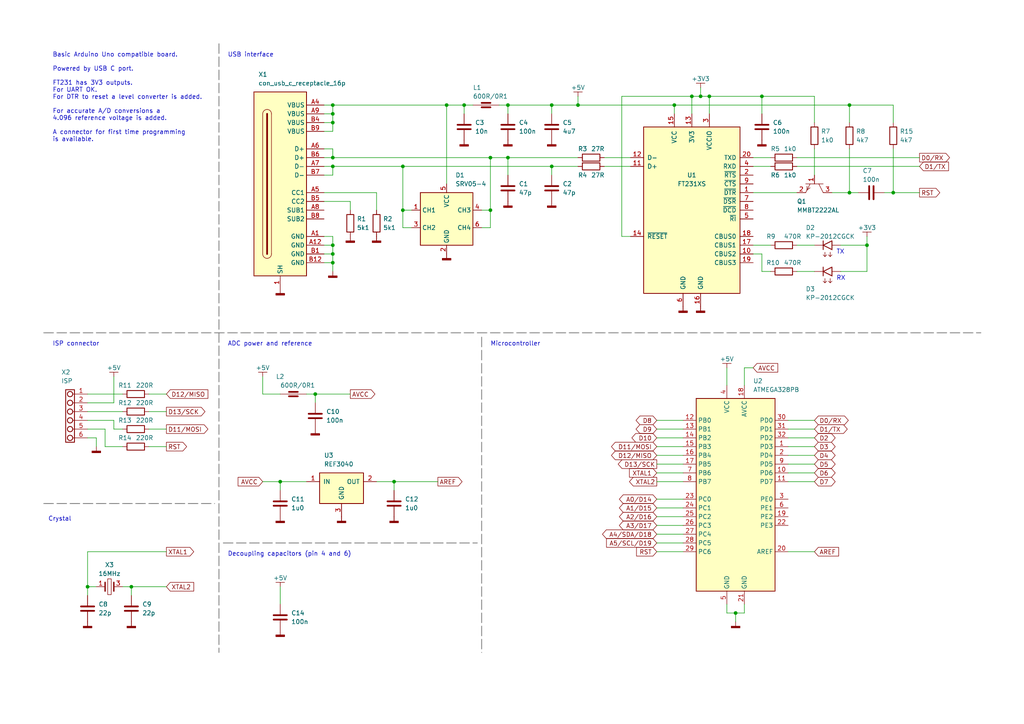
<source format=kicad_sch>
(kicad_sch (version 20250114) (generator "eeschema") (generator_version "9.0")
  (paper "A4")
  (title_block (title "Arduino base") (date "2025-09-09") (rev "1") (comment 1 "-") (comment 2 "-"))
  (lib_symbols
    (symbol "lily_symbols:GND" (power) (pin_numbers (hide yes)) (pin_names (offset 0) (hide yes)) (in_bom no)
      (symbol "GND_1_1"
        (pin power_in line (at 0 0 270) (length 1.27) (name "GND") (number "1"))
      )
    )
    (symbol "lily_symbols:Vxx" (power) (pin_numbers (hide yes)) (pin_names (offset 0) (hide yes)) (in_bom no)
      (property "Value" "Vxx" (at 0 2.54 0))
      (symbol "Vxx_1_1"
        (pin power_in line (at 0 0 90) (length 1.27) (name "GND") (number "1"))
      )
    )
    (symbol "lily_symbols:bjt_npn_MMBT2222AL_sot23" (pin_names (hide yes))
      (property "Reference" "Q" (at 6.35 1.27 0))
      (property "Value" "MMBT2222AL" (at 6.35 -1.27 0))
      (symbol "bjt_npn_MMBT2222AL_sot23_1_1"
        (pin passive line (at 0 0 0) (length 2.54) (name "") (number "1"))
        (pin passive line (at 5.08 5.08 270) (length 2.54) (name "") (number "3"))
        (pin passive line (at 5.08 -5.08 90) (length 2.54) (name "") (number "2"))
      )
    )
    (symbol "lily_symbols:cap_100n_50V_10%_X7R_0805" (pin_numbers (hide yes)) (pin_names (offset 0) (hide yes))
      (property "Reference" "C" (at 3.175 -2.54 0))
      (property "Value" "100n" (at 3.175 -5.08 0))
      (symbol "cap_100n_50V_10%_X7R_0805_1_1"
        (pin passive line (at 0 0 270) (length 3.175) (name "~") (number "1"))
        (pin passive line (at 0 -7.62 90) (length 3.175) (name "~") (number "2"))
      )
    )
    (symbol "lily_symbols:cap_10n_50V_10%_X7R_0805" (pin_numbers (hide yes)) (pin_names (offset 0) (hide yes))
      (property "Reference" "C" (at 3.175 -2.54 0))
      (property "Value" "10n" (at 3.175 -5.08 0))
      (symbol "cap_10n_50V_10%_X7R_0805_1_1"
        (pin passive line (at 0 0 270) (length 3.175) (name "~") (number "1"))
        (pin passive line (at 0 -7.62 90) (length 3.175) (name "~") (number "2"))
      )
    )
    (symbol "lily_symbols:cap_1u0_50V_10%_X7R_0805" (pin_numbers (hide yes)) (pin_names (offset 0) (hide yes))
      (property "Reference" "C" (at 3.175 -2.54 0))
      (property "Value" "1u0" (at 3.175 -5.08 0))
      (symbol "cap_1u0_50V_10%_X7R_0805_1_1"
        (pin passive line (at 0 0 270) (length 3.175) (name "~") (number "1"))
        (pin passive line (at 0 -7.62 90) (length 3.175) (name "~") (number "2"))
      )
    )
    (symbol "lily_symbols:cap_22p_50V_5%_C0G_0805" (pin_numbers (hide yes)) (pin_names (offset 0) (hide yes))
      (property "Reference" "C" (at 3.175 -2.54 0))
      (property "Value" "22p" (at 3.175 -5.08 0))
      (symbol "cap_22p_50V_5%_C0G_0805_1_1"
        (pin passive line (at 0 0 270) (length 3.175) (name "~") (number "1"))
        (pin passive line (at 0 -7.62 90) (length 3.175) (name "~") (number "2"))
      )
    )
    (symbol "lily_symbols:cap_47p_50V_5%_C0G_0805" (pin_numbers (hide yes)) (pin_names (offset 0) (hide yes))
      (property "Reference" "C" (at 3.175 -2.54 0))
      (property "Value" "47p" (at 3.175 -5.08 0))
      (symbol "cap_47p_50V_5%_C0G_0805_1_1"
        (pin passive line (at 0 0 270) (length 3.175) (name "~") (number "1"))
        (pin passive line (at 0 -7.62 90) (length 3.175) (name "~") (number "2"))
      )
    )
    (symbol "lily_symbols:cap_4u7_25V_10%_X5R_0805" (pin_numbers (hide yes)) (pin_names (offset 0) (hide yes))
      (property "Reference" "C" (at 3.175 -2.54 0))
      (property "Value" "4u7" (at 3.175 -5.08 0))
      (symbol "cap_4u7_25V_10%_X5R_0805_1_1"
        (pin passive line (at 0 0 270) (length 3.175) (name "~") (number "1"))
        (pin passive line (at 0 -7.62 90) (length 3.175) (name "~") (number "2"))
      )
    )
    (symbol "lily_symbols:con_header_2x03_2.54mm_th" (pin_names (offset 1.016) (hide yes))
      (property "Reference" "X" (at -7.62 6.35 0))
      (property "Value" "con_header_2x03_2.54mm_th" (at -7.62 3.81 0))
      (symbol "con_header_2x03_2.54mm_th_1_1"
        (pin passive line (at 0 0 180) (length 3.81) (name "~") (number "1"))
        (pin passive line (at 0 -2.54 180) (length 3.81) (name "~") (number "2"))
        (pin passive line (at 0 -5.08 180) (length 3.81) (name "~") (number "3"))
        (pin passive line (at 0 -7.62 180) (length 3.81) (name "~") (number "4"))
        (pin passive line (at 0 -10.16 180) (length 3.81) (name "~") (number "5"))
        (pin passive line (at 0 -12.7 180) (length 3.81) (name "~") (number "6"))
      )
    )
    (symbol "lily_symbols:con_usb_c_receptacle_16p"
      (property "Reference" "X" (at -19.05 8.89 0))
      (property "Value" "con_usb_c_receptacle_16p" (at -19.05 6.35 0))
      (symbol "con_usb_c_receptacle_16p_1_1"
        (pin passive line (at -12.7 -53.34 90) (length 3.81) (name "SH") (number "1"))
        (pin power_out line (at 0 0 180) (length 5.08) (name "VBUS") (number "A4"))
        (pin power_out line (at 0 -2.54 180) (length 5.08) (name "VBUS") (number "A9"))
        (pin power_out line (at 0 -5.08 180) (length 5.08) (name "VBUS") (number "B4"))
        (pin power_out line (at 0 -7.62 180) (length 5.08) (name "VBUS") (number "B9"))
        (pin bidirectional line (at 0 -12.7 180) (length 5.08) (name "D+") (number "A6"))
        (pin bidirectional line (at 0 -15.24 180) (length 5.08) (name "D+") (number "B6"))
        (pin bidirectional line (at 0 -17.78 180) (length 5.08) (name "D-") (number "A7"))
        (pin bidirectional line (at 0 -20.32 180) (length 5.08) (name "D-") (number "B7"))
        (pin bidirectional line (at 0 -25.4 180) (length 5.08) (name "CC1") (number "A5"))
        (pin bidirectional line (at 0 -27.94 180) (length 5.08) (name "CC2") (number "B5"))
        (pin bidirectional line (at 0 -30.48 180) (length 5.08) (name "SUB1") (number "A8"))
        (pin bidirectional line (at 0 -33.02 180) (length 5.08) (name "SUB2") (number "B8"))
        (pin power_in line (at 0 -38.1 180) (length 5.08) (name "GND") (number "A1"))
        (pin power_in line (at 0 -40.64 180) (length 5.08) (name "GND") (number "A12"))
        (pin power_in line (at 0 -43.18 180) (length 5.08) (name "GND") (number "B1"))
        (pin power_in line (at 0 -45.72 180) (length 5.08) (name "GND") (number "B12"))
      )
    )
    (symbol "lily_symbols:crystal_16MHz_12pF_10ppm_20ppm_3225"
      (property "Reference" "X" (at 3.81 6.35 0))
      (property "Value" "16MHz" (at 3.81 3.81 0))
      (symbol "crystal_16MHz_12pF_10ppm_20ppm_3225_1_1"
        (pin passive line (at 0 0 0) (length 2.54) (name "") (number "1"))
        (pin no_connect line (at 0 -2.54 0) (length 2.54) (hide yes) (name "") (number "2"))
        (pin passive line (at 7.62 0 180) (length 2.54) (name "") (number "3"))
        (pin no_connect line (at 7.62 -2.54 180) (length 2.54) (hide yes) (name "") (number "4"))
      )
    )
    (symbol "lily_symbols:dio_led_green_KP-2012CGCK_0805" (pin_numbers (hide yes)) (pin_names (offset 1.016) (hide yes))
      (property "Reference" "D" (at 4.445 -2.54 0))
      (property "Value" "KP-2012CGCK" (at 4.445 -5.08 0))
      (symbol "dio_led_green_KP-2012CGCK_0805_1_1"
        (pin passive line (at 0 0 270) (length 2.54) (name "A") (number "2"))
        (pin passive line (at 0 -7.62 90) (length 2.54) (name "K") (number "1"))
      )
    )
    (symbol "lily_symbols:dio_tvs_uni_4_channel_5V_SRV05-4_sot23-6"
      (property "Reference" "D" (at 12.7 10.16 0))
      (property "Value" "SRV05-4" (at 12.7 7.62 0))
      (symbol "dio_tvs_uni_4_channel_5V_SRV05-4_sot23-6_1_1"
        (pin passive line (at 0 0 0) (length 2.54) (name "CH1") (number "1"))
        (pin passive line (at 0 -5.08 0) (length 2.54) (name "CH2") (number "3"))
        (pin power_in line (at 10.16 7.62 270) (length 2.54) (name "VCC") (number "5"))
        (pin power_in line (at 10.16 -12.7 90) (length 2.54) (name "GND") (number "2"))
        (pin passive line (at 20.32 0 180) (length 2.54) (name "CH3") (number "4"))
        (pin passive line (at 20.32 -5.08 180) (length 2.54) (name "CH4") (number "6"))
      )
    )
    (symbol "lily_symbols:ic_micro_controller_ATMEGA328PB_tqfp32"
      (property "Reference" "U" (at 20.32 11.43 0))
      (property "Value" "ATMEGA328PB" (at 20.32 8.89 0))
      (symbol "ic_micro_controller_ATMEGA328PB_tqfp32_1_1"
        (pin bidirectional line (at 0 0 0) (length 3.81) (name "PB0") (number "12"))
        (pin bidirectional line (at 0 -2.54 0) (length 3.81) (name "PB1") (number "13"))
        (pin bidirectional line (at 0 -5.08 0) (length 3.81) (name "PB2") (number "14"))
        (pin bidirectional line (at 0 -7.62 0) (length 3.81) (name "PB3") (number "15"))
        (pin bidirectional line (at 0 -10.16 0) (length 3.81) (name "PB4") (number "16"))
        (pin bidirectional line (at 0 -12.7 0) (length 3.81) (name "PB5") (number "17"))
        (pin bidirectional line (at 0 -15.24 0) (length 3.81) (name "PB6") (number "7"))
        (pin bidirectional line (at 0 -17.78 0) (length 3.81) (name "PB7") (number "8"))
        (pin bidirectional line (at 0 -22.86 0) (length 3.81) (name "PC0") (number "23"))
        (pin bidirectional line (at 0 -25.4 0) (length 3.81) (name "PC1") (number "24"))
        (pin bidirectional line (at 0 -27.94 0) (length 3.81) (name "PC2") (number "25"))
        (pin bidirectional line (at 0 -30.48 0) (length 3.81) (name "PC3") (number "26"))
        (pin bidirectional line (at 0 -33.02 0) (length 3.81) (name "PC4") (number "27"))
        (pin bidirectional line (at 0 -35.56 0) (length 3.81) (name "PC5") (number "28"))
        (pin bidirectional line (at 0 -38.1 0) (length 3.81) (name "PC6") (number "29"))
        (pin power_in line (at 12.7 10.16 270) (length 3.81) (name "VCC") (number "4"))
        (pin power_in line (at 12.7 -53.34 90) (length 3.81) (name "GND") (number "5"))
        (pin power_in line (at 17.78 10.16 270) (length 3.81) (name "AVCC") (number "18"))
        (pin power_in line (at 17.78 -53.34 90) (length 3.81) (name "GND") (number "21"))
        (pin bidirectional line (at 30.48 0 180) (length 3.81) (name "PD0") (number "30"))
        (pin bidirectional line (at 30.48 -2.54 180) (length 3.81) (name "PD1") (number "31"))
        (pin bidirectional line (at 30.48 -5.08 180) (length 3.81) (name "PD2") (number "32"))
        (pin bidirectional line (at 30.48 -7.62 180) (length 3.81) (name "PD3") (number "1"))
        (pin bidirectional line (at 30.48 -10.16 180) (length 3.81) (name "PD4") (number "2"))
        (pin bidirectional line (at 30.48 -12.7 180) (length 3.81) (name "PD5") (number "9"))
        (pin bidirectional line (at 30.48 -15.24 180) (length 3.81) (name "PD6") (number "10"))
        (pin bidirectional line (at 30.48 -17.78 180) (length 3.81) (name "PD7") (number "11"))
        (pin bidirectional line (at 30.48 -22.86 180) (length 3.81) (name "PE0") (number "3"))
        (pin bidirectional line (at 30.48 -25.4 180) (length 3.81) (name "PE1") (number "6"))
        (pin bidirectional line (at 30.48 -27.94 180) (length 3.81) (name "PE2") (number "19"))
        (pin bidirectional line (at 30.48 -30.48 180) (length 3.81) (name "PE3") (number "22"))
        (pin power_in line (at 30.48 -38.1 180) (length 3.81) (name "AREF") (number "20"))
      )
    )
    (symbol "lily_symbols:ic_usb_to_serial_FT231XS_ssop20" (pin_names (offset 1.016))
      (property "Reference" "U" (at 17.78 -5.08 0))
      (property "Value" "FT231XS" (at 17.78 -7.62 0))
      (symbol "ic_usb_to_serial_FT231XS_ssop20_1_1"
        (pin bidirectional line (at 0 0 0) (length 3.81) (name "D-") (number "12"))
        (pin bidirectional line (at 0 -2.54 0) (length 3.81) (name "D+") (number "11"))
        (pin input line (at 0 -22.86 0) (length 3.81) (name "~{RESET}") (number "14"))
        (pin power_in line (at 12.7 12.7 270) (length 3.81) (name "VCC") (number "15"))
        (pin power_in line (at 15.24 -43.18 90) (length 3.81) (name "GND") (number "6"))
        (pin output line (at 17.78 12.7 270) (length 3.81) (name "3V3") (number "13"))
        (pin power_in line (at 20.32 -43.18 90) (length 3.81) (name "GND") (number "16"))
        (pin power_in line (at 22.86 12.7 270) (length 3.81) (name "VCCIO") (number "3"))
        (pin output line (at 35.56 0 180) (length 3.81) (name "TXD") (number "20"))
        (pin input line (at 35.56 -2.54 180) (length 3.81) (name "RXD") (number "4"))
        (pin output line (at 35.56 -5.08 180) (length 3.81) (name "~{RTS}") (number "2"))
        (pin input line (at 35.56 -7.62 180) (length 3.81) (name "~{CTS}") (number "9"))
        (pin output line (at 35.56 -10.16 180) (length 3.81) (name "~{DTR}") (number "1"))
        (pin input line (at 35.56 -12.7 180) (length 3.81) (name "~{DSR}") (number "7"))
        (pin input line (at 35.56 -15.24 180) (length 3.81) (name "~{DCD}") (number "8"))
        (pin input line (at 35.56 -17.78 180) (length 3.81) (name "~{RI}") (number "5"))
        (pin bidirectional line (at 35.56 -22.86 180) (length 3.81) (name "CBUS0") (number "18"))
        (pin bidirectional line (at 35.56 -25.4 180) (length 3.81) (name "CBUS1") (number "17"))
        (pin bidirectional line (at 35.56 -27.94 180) (length 3.81) (name "CBUS2") (number "10"))
        (pin bidirectional line (at 35.56 -30.48 180) (length 3.81) (name "CBUS3") (number "19"))
      )
    )
    (symbol "lily_symbols:ic_volt_reference_REF3040_4.096V_sot23" (pin_names (offset 1.016))
      (property "Reference" "U" (at 5.08 7.62 0))
      (property "Value" "REF3040" (at 5.08 5.08 0))
      (symbol "ic_volt_reference_REF3040_4.096V_sot23_1_1"
        (pin input line (at 0 0 0) (length 3.81) (name "IN") (number "1"))
        (pin power_in line (at 10.16 -10.16 90) (length 3.81) (name "GND") (number "3"))
        (pin output line (at 20.32 0 180) (length 3.81) (name "OUT") (number "2"))
      )
    )
    (symbol "lily_symbols:ind_bead_600R@100MHz_2A_0R1_0805" (pin_numbers (hide yes)) (pin_names (offset 0) (hide yes))
      (property "Reference" "L" (at 0 5.08 0))
      (property "Value" "600R/0R1" (at 0 2.54 0))
      (symbol "ind_bead_600R@100MHz_2A_0R1_0805_1_1"
        (pin passive line (at 0 0 0) (length 2.54) (name "~") (number "1"))
        (pin passive line (at 7.62 0 180) (length 2.54) (name "~") (number "2"))
      )
    )
    (symbol "lily_symbols:res_1k0_1%_125mW_0805" (pin_numbers (hide yes)) (pin_names (offset 0) (hide yes))
      (property "Reference" "R" (at 1.905 -2.54 0))
      (property "Value" "1k0" (at 1.905 -5.08 0))
      (symbol "res_1k0_1%_125mW_0805_1_1"
        (pin passive line (at 0 0 270) (length 1.27) (name "~") (number "1"))
        (pin passive line (at 0 -7.62 90) (length 1.27) (name "~") (number "2"))
      )
    )
    (symbol "lily_symbols:res_220R_1%_125mW_0805" (pin_numbers (hide yes)) (pin_names (offset 0) (hide yes))
      (property "Reference" "R" (at 1.905 -2.54 0))
      (property "Value" "220R" (at 1.905 -5.08 0))
      (symbol "res_220R_1%_125mW_0805_1_1"
        (pin passive line (at 0 0 270) (length 1.27) (name "~") (number "1"))
        (pin passive line (at 0 -7.62 90) (length 1.27) (name "~") (number "2"))
      )
    )
    (symbol "lily_symbols:res_27R_1%_125mW_0805" (pin_numbers (hide yes)) (pin_names (offset 0) (hide yes))
      (property "Reference" "R" (at 1.905 -2.54 0))
      (property "Value" "27R" (at 1.905 -5.08 0))
      (symbol "res_27R_1%_125mW_0805_1_1"
        (pin passive line (at 0 0 270) (length 1.27) (name "~") (number "1"))
        (pin passive line (at 0 -7.62 90) (length 1.27) (name "~") (number "2"))
      )
    )
    (symbol "lily_symbols:res_470R_1%_125mW_0805" (pin_numbers (hide yes)) (pin_names (offset 0) (hide yes))
      (property "Reference" "R" (at 1.905 -2.54 0))
      (property "Value" "470R" (at 1.905 -5.08 0))
      (symbol "res_470R_1%_125mW_0805_1_1"
        (pin passive line (at 0 0 270) (length 1.27) (name "~") (number "1"))
        (pin passive line (at 0 -7.62 90) (length 1.27) (name "~") (number "2"))
      )
    )
    (symbol "lily_symbols:res_4k7_1%_125mW_0805" (pin_numbers (hide yes)) (pin_names (offset 0) (hide yes))
      (property "Reference" "R" (at 1.905 -2.54 0))
      (property "Value" "4k7" (at 1.905 -5.08 0))
      (symbol "res_4k7_1%_125mW_0805_1_1"
        (pin passive line (at 0 0 270) (length 1.27) (name "~") (number "1"))
        (pin passive line (at 0 -7.62 90) (length 1.27) (name "~") (number "2"))
      )
    )
    (symbol "lily_symbols:res_5k1_1%_125mW_0805" (pin_numbers (hide yes)) (pin_names (offset 0) (hide yes))
      (property "Reference" "R" (at 1.905 -2.54 0))
      (property "Value" "5k1" (at 1.905 -5.08 0))
      (symbol "res_5k1_1%_125mW_0805_1_1"
        (pin passive line (at 0 0 270) (length 1.27) (name "~") (number "1"))
        (pin passive line (at 0 -7.62 90) (length 1.27) (name "~") (number "2"))
      )
    )
  )
  (text "RX" (at 242.57 80.01 0) (effects (font (size 1.27 1.27)) (justify left top)))
  (text "Basic Arduino Uno compatible board.\n\nPowered by USB C port.\n\nFT231 has 3V3 outputs.\nFor UART OK.\nFor DTR to reset a level converter is added.\n\nFor accurate A/D conversions a \n4.096 reference voltage is added.\n\nA connector for first time programming\nis available.\n" (at 15.24 15.24 0) (effects (font (size 1.27 1.27)) (justify left top)))
  (text "TX" (at 242.57 72.39 0) (effects (font (size 1.27 1.27)) (justify left top)))
  (text "Crystal" (at 13.97 149.86 0) (effects (font (size 1.27 1.27)) (justify left top)))
  (text "USB interface" (at 66.04 15.24 0) (effects (font (size 1.27 1.27)) (justify left top)))
  (text "Decoupling capacitors (pin 4 and 6)" (at 66.04 160.02 0) (effects (font (size 1.27 1.27)) (justify left top)))
  (text "Microcontroller" (at 142.24 99.06 0) (effects (font (size 1.27 1.27)) (justify left top)))
  (text "ISP connector" (at 15.24 99.06 0) (effects (font (size 1.27 1.27)) (justify left top)))
  (text "ADC power and reference" (at 66.04 99.06 0) (effects (font (size 1.27 1.27)) (justify left top)))
  (junction (at 25.4 170.18))
  (junction (at 96.52 71.12))
  (junction (at 96.52 30.48))
  (junction (at 147.32 30.48))
  (junction (at 116.84 48.26))
  (junction (at 134.62 30.48))
  (junction (at 259.08 55.88))
  (junction (at 203.2 27.94))
  (junction (at 129.54 30.48))
  (junction (at 96.52 76.2))
  (junction (at 142.24 60.96))
  (junction (at 195.58 30.48))
  (junction (at 96.52 48.26))
  (junction (at 160.02 30.48))
  (junction (at 213.36 177.8))
  (junction (at 205.74 27.94))
  (junction (at 200.66 27.94))
  (junction (at 160.02 48.26))
  (junction (at 91.44 114.3))
  (junction (at 220.98 27.94))
  (junction (at 81.28 139.7))
  (junction (at 246.38 55.88))
  (junction (at 96.52 35.56))
  (junction (at 114.3 139.7))
  (junction (at 246.38 30.48))
  (junction (at 116.84 60.96))
  (junction (at 96.52 73.66))
  (junction (at 251.46 71.12))
  (junction (at 142.24 45.72))
  (junction (at 38.1 170.18))
  (junction (at 147.32 45.72))
  (junction (at 167.64 30.48))
  (junction (at 96.52 45.72))
  (junction (at 96.52 33.02))
  (wire (pts (xy 180.34 27.94) (xy 200.66 27.94)))
  (wire (pts (xy 190.5 157.48) (xy 198.12 157.48)))
  (wire (pts (xy 167.64 27.94) (xy 167.64 30.48)))
  (wire (pts (xy 30.48 129.54) (xy 30.48 124.46)))
  (wire (pts (xy 93.98 48.26) (xy 96.52 48.26)))
  (wire (pts (xy 218.44 45.72) (xy 223.52 45.72)))
  (wire (pts (xy 81.28 170.18) (xy 81.28 175.26)))
  (wire (pts (xy 139.7 66.04) (xy 142.24 66.04)))
  (wire (pts (xy 203.2 25.4) (xy 203.2 27.94)))
  (wire (pts (xy 114.3 139.7) (xy 114.3 142.24)))
  (wire (pts (xy 91.44 114.3) (xy 91.44 116.84)))
  (wire (pts (xy 114.3 139.7) (xy 127 139.7)))
  (wire (pts (xy 96.52 48.26) (xy 116.84 48.26)))
  (wire (pts (xy 200.66 27.94) (xy 203.2 27.94)))
  (wire (pts (xy 88.9 114.3) (xy 91.44 114.3)))
  (polyline (pts (xy 63.5 12.7) (xy 63.5 189.23)) (stroke (width 0.254) (type dash) (color 132 132 132 1)))
  (wire (pts (xy 38.1 170.18) (xy 48.26 170.18)))
  (wire (pts (xy 231.14 45.72) (xy 266.7 45.72)))
  (wire (pts (xy 96.52 30.48) (xy 96.52 33.02)))
  (wire (pts (xy 33.02 109.22) (xy 33.02 116.84)))
  (wire (pts (xy 33.02 124.46) (xy 33.02 121.92)))
  (polyline (pts (xy 139.7 97.79) (xy 139.7 189.23)) (stroke (width 0.254) (type dash) (color 132 132 132 1)))
  (wire (pts (xy 213.36 180.34) (xy 213.36 177.8)))
  (wire (pts (xy 241.3 55.88) (xy 246.38 55.88)))
  (wire (pts (xy 116.84 48.26) (xy 160.02 48.26)))
  (wire (pts (xy 93.98 76.2) (xy 96.52 76.2)))
  (wire (pts (xy 203.2 27.94) (xy 205.74 27.94)))
  (wire (pts (xy 190.5 121.92) (xy 198.12 121.92)))
  (wire (pts (xy 200.66 27.94) (xy 200.66 33.02)))
  (wire (pts (xy 218.44 71.12) (xy 223.52 71.12)))
  (wire (pts (xy 220.98 78.74) (xy 223.52 78.74)))
  (wire (pts (xy 91.44 114.3) (xy 101.6 114.3)))
  (wire (pts (xy 134.62 30.48) (xy 134.62 33.02)))
  (wire (pts (xy 218.44 55.88) (xy 231.14 55.88)))
  (wire (pts (xy 213.36 177.8) (xy 215.9 177.8)))
  (polyline (pts (xy 64.77 157.48) (xy 138.43 157.48)) (stroke (width 0.254) (type dash) (color 132 132 132 1)))
  (wire (pts (xy 236.22 43.18) (xy 236.22 50.8)))
  (wire (pts (xy 96.52 71.12) (xy 96.52 73.66)))
  (wire (pts (xy 96.52 48.26) (xy 96.52 50.8)))
  (wire (pts (xy 101.6 58.42) (xy 101.6 60.96)))
  (wire (pts (xy 236.22 121.92) (xy 228.6 121.92)))
  (wire (pts (xy 236.22 132.08) (xy 228.6 132.08)))
  (wire (pts (xy 25.4 116.84) (xy 33.02 116.84)))
  (wire (pts (xy 236.22 139.7) (xy 228.6 139.7)))
  (wire (pts (xy 180.34 68.58) (xy 182.88 68.58)))
  (wire (pts (xy 81.28 139.7) (xy 88.9 139.7)))
  (wire (pts (xy 147.32 30.48) (xy 144.78 30.48)))
  (wire (pts (xy 109.22 139.7) (xy 114.3 139.7)))
  (wire (pts (xy 93.98 73.66) (xy 96.52 73.66)))
  (wire (pts (xy 30.48 124.46) (xy 25.4 124.46)))
  (wire (pts (xy 93.98 43.18) (xy 96.52 43.18)))
  (wire (pts (xy 116.84 66.04) (xy 116.84 60.96)))
  (wire (pts (xy 190.5 152.4) (xy 198.12 152.4)))
  (wire (pts (xy 190.5 134.62) (xy 198.12 134.62)))
  (wire (pts (xy 129.54 30.48) (xy 134.62 30.48)))
  (wire (pts (xy 142.24 60.96) (xy 139.7 60.96)))
  (wire (pts (xy 251.46 68.58) (xy 251.46 71.12)))
  (wire (pts (xy 243.84 78.74) (xy 251.46 78.74)))
  (wire (pts (xy 220.98 27.94) (xy 220.98 33.02)))
  (wire (pts (xy 81.28 114.3) (xy 76.2 114.3)))
  (wire (pts (xy 190.5 149.86) (xy 198.12 149.86)))
  (wire (pts (xy 259.08 35.56) (xy 259.08 30.48)))
  (wire (pts (xy 190.5 160.02) (xy 198.12 160.02)))
  (wire (pts (xy 96.52 38.1) (xy 93.98 38.1)))
  (wire (pts (xy 190.5 132.08) (xy 198.12 132.08)))
  (wire (pts (xy 96.52 76.2) (xy 96.52 78.74)))
  (polyline (pts (xy 12.7 96.52) (xy 284.48 96.52)) (stroke (width 0.254) (type dash) (color 132 132 132 1)))
  (wire (pts (xy 175.26 45.72) (xy 182.88 45.72)))
  (wire (pts (xy 96.52 45.72) (xy 142.24 45.72)))
  (wire (pts (xy 175.26 48.26) (xy 182.88 48.26)))
  (wire (pts (xy 38.1 172.72) (xy 38.1 170.18)))
  (wire (pts (xy 134.62 30.48) (xy 137.16 30.48)))
  (wire (pts (xy 160.02 30.48) (xy 167.64 30.48)))
  (wire (pts (xy 43.18 114.3) (xy 48.26 114.3)))
  (wire (pts (xy 190.5 147.32) (xy 198.12 147.32)))
  (wire (pts (xy 160.02 30.48) (xy 147.32 30.48)))
  (wire (pts (xy 33.02 124.46) (xy 35.56 124.46)))
  (wire (pts (xy 236.22 127) (xy 228.6 127)))
  (wire (pts (xy 142.24 45.72) (xy 142.24 60.96)))
  (wire (pts (xy 190.5 139.7) (xy 198.12 139.7)))
  (wire (pts (xy 93.98 33.02) (xy 96.52 33.02)))
  (wire (pts (xy 220.98 73.66) (xy 220.98 78.74)))
  (wire (pts (xy 190.5 144.78) (xy 198.12 144.78)))
  (wire (pts (xy 251.46 78.74) (xy 251.46 71.12)))
  (wire (pts (xy 205.74 27.94) (xy 205.74 33.02)))
  (wire (pts (xy 180.34 27.94) (xy 180.34 68.58)))
  (wire (pts (xy 218.44 106.68) (xy 215.9 106.68)))
  (wire (pts (xy 76.2 139.7) (xy 81.28 139.7)))
  (wire (pts (xy 116.84 48.26) (xy 116.84 60.96)))
  (wire (pts (xy 43.18 119.38) (xy 48.26 119.38)))
  (wire (pts (xy 93.98 71.12) (xy 96.52 71.12)))
  (wire (pts (xy 195.58 30.48) (xy 246.38 30.48)))
  (wire (pts (xy 93.98 50.8) (xy 96.52 50.8)))
  (wire (pts (xy 231.14 71.12) (xy 236.22 71.12)))
  (wire (pts (xy 190.5 137.16) (xy 198.12 137.16)))
  (wire (pts (xy 243.84 71.12) (xy 251.46 71.12)))
  (wire (pts (xy 246.38 35.56) (xy 246.38 30.48)))
  (wire (pts (xy 25.4 119.38) (xy 35.56 119.38)))
  (wire (pts (xy 35.56 170.18) (xy 38.1 170.18)))
  (wire (pts (xy 160.02 33.02) (xy 160.02 30.48)))
  (wire (pts (xy 259.08 30.48) (xy 246.38 30.48)))
  (wire (pts (xy 116.84 60.96) (xy 119.38 60.96)))
  (wire (pts (xy 119.38 66.04) (xy 116.84 66.04)))
  (wire (pts (xy 147.32 30.48) (xy 147.32 33.02)))
  (wire (pts (xy 93.98 30.48) (xy 96.52 30.48)))
  (wire (pts (xy 215.9 175.26) (xy 215.9 177.8)))
  (wire (pts (xy 220.98 27.94) (xy 236.22 27.94)))
  (wire (pts (xy 43.18 129.54) (xy 48.26 129.54)))
  (wire (pts (xy 142.24 45.72) (xy 147.32 45.72)))
  (wire (pts (xy 236.22 27.94) (xy 236.22 35.56)))
  (wire (pts (xy 236.22 124.46) (xy 228.6 124.46)))
  (wire (pts (xy 236.22 134.62) (xy 228.6 134.62)))
  (wire (pts (xy 129.54 30.48) (xy 96.52 30.48)))
  (wire (pts (xy 215.9 106.68) (xy 215.9 111.76)))
  (wire (pts (xy 160.02 48.26) (xy 160.02 50.8)))
  (wire (pts (xy 228.6 160.02) (xy 236.22 160.02)))
  (wire (pts (xy 96.52 35.56) (xy 96.52 38.1)))
  (polyline (pts (xy 12.7 146.05) (xy 62.23 146.05)) (stroke (width 0.254) (type dash) (color 132 132 132 1)))
  (wire (pts (xy 96.52 73.66) (xy 96.52 76.2)))
  (wire (pts (xy 259.08 43.18) (xy 259.08 55.88)))
  (wire (pts (xy 190.5 127) (xy 198.12 127)))
  (wire (pts (xy 231.14 78.74) (xy 236.22 78.74)))
  (wire (pts (xy 25.4 160.02) (xy 48.26 160.02)))
  (wire (pts (xy 93.98 35.56) (xy 96.52 35.56)))
  (wire (pts (xy 93.98 45.72) (xy 96.52 45.72)))
  (wire (pts (xy 81.28 139.7) (xy 81.28 142.24)))
  (wire (pts (xy 93.98 68.58) (xy 96.52 68.58)))
  (wire (pts (xy 25.4 114.3) (xy 35.56 114.3)))
  (wire (pts (xy 195.58 33.02) (xy 195.58 30.48)))
  (wire (pts (xy 25.4 172.72) (xy 25.4 170.18)))
  (wire (pts (xy 96.52 68.58) (xy 96.52 71.12)))
  (wire (pts (xy 160.02 48.26) (xy 167.64 48.26)))
  (wire (pts (xy 93.98 58.42) (xy 101.6 58.42)))
  (wire (pts (xy 210.82 175.26) (xy 210.82 177.8)))
  (wire (pts (xy 147.32 45.72) (xy 167.64 45.72)))
  (wire (pts (xy 190.5 154.94) (xy 198.12 154.94)))
  (wire (pts (xy 76.2 109.22) (xy 76.2 114.3)))
  (wire (pts (xy 259.08 55.88) (xy 266.7 55.88)))
  (wire (pts (xy 236.22 129.54) (xy 228.6 129.54)))
  (wire (pts (xy 129.54 53.34) (xy 129.54 30.48)))
  (wire (pts (xy 96.52 43.18) (xy 96.52 45.72)))
  (wire (pts (xy 142.24 66.04) (xy 142.24 60.96)))
  (wire (pts (xy 96.52 33.02) (xy 96.52 35.56)))
  (wire (pts (xy 25.4 170.18) (xy 27.94 170.18)))
  (wire (pts (xy 236.22 137.16) (xy 228.6 137.16)))
  (wire (pts (xy 246.38 43.18) (xy 246.38 55.88)))
  (wire (pts (xy 205.74 27.94) (xy 220.98 27.94)))
  (wire (pts (xy 93.98 55.88) (xy 109.22 55.88)))
  (wire (pts (xy 210.82 106.68) (xy 210.82 111.76)))
  (wire (pts (xy 218.44 73.66) (xy 220.98 73.66)))
  (wire (pts (xy 190.5 129.54) (xy 198.12 129.54)))
  (wire (pts (xy 25.4 170.18) (xy 25.4 160.02)))
  (wire (pts (xy 30.48 129.54) (xy 35.56 129.54)))
  (wire (pts (xy 25.4 127) (xy 27.94 127)))
  (wire (pts (xy 167.64 30.48) (xy 195.58 30.48)))
  (wire (pts (xy 190.5 124.46) (xy 198.12 124.46)))
  (wire (pts (xy 256.54 55.88) (xy 259.08 55.88)))
  (wire (pts (xy 246.38 55.88) (xy 248.92 55.88)))
  (wire (pts (xy 43.18 124.46) (xy 48.26 124.46)))
  (wire (pts (xy 109.22 55.88) (xy 109.22 60.96)))
  (wire (pts (xy 33.02 121.92) (xy 25.4 121.92)))
  (wire (pts (xy 147.32 45.72) (xy 147.32 50.8)))
  (wire (pts (xy 218.44 48.26) (xy 223.52 48.26)))
  (wire (pts (xy 210.82 177.8) (xy 213.36 177.8)))
  (wire (pts (xy 27.94 127) (xy 27.94 129.54)))
  (wire (pts (xy 231.14 48.26) (xy 266.7 48.26)))
  (global_label "AVCC" (shape output) (at 101.6 114.3 0) (property "Intersheetrefs" "${INTERSHEET_REFS}" (effects (hide yes))))
  (global_label "AREF" (shape input) (at 236.22 160.02 0) (property "Intersheetrefs" "${INTERSHEET_REFS}" (effects (hide yes))))
  (global_label "D11{slash}MOSI" (shape bidirectional) (at 190.5 129.54 180) (property "Intersheetrefs" "${INTERSHEET_REFS}" (effects (hide yes))))
  (global_label "AVCC" (shape input) (at 76.2 139.7 180) (property "Intersheetrefs" "${INTERSHEET_REFS}" (effects (hide yes))))
  (global_label "D3" (shape bidirectional) (at 236.22 129.54 0) (property "Intersheetrefs" "${INTERSHEET_REFS}" (effects (hide yes))))
  (global_label "D4" (shape bidirectional) (at 236.22 132.08 0) (property "Intersheetrefs" "${INTERSHEET_REFS}" (effects (hide yes))))
  (global_label "D11{slash}MOSI" (shape output) (at 48.26 124.46 0) (property "Intersheetrefs" "${INTERSHEET_REFS}" (effects (hide yes))))
  (global_label "AVCC" (shape input) (at 218.44 106.68 0) (property "Intersheetrefs" "${INTERSHEET_REFS}" (effects (hide yes))))
  (global_label "D8" (shape bidirectional) (at 190.5 121.92 180) (property "Intersheetrefs" "${INTERSHEET_REFS}" (effects (hide yes))))
  (global_label "D1{slash}TX" (shape input) (at 266.7 48.26 0) (property "Intersheetrefs" "${INTERSHEET_REFS}" (effects (hide yes))))
  (global_label "AREF" (shape output) (at 127 139.7 0) (property "Intersheetrefs" "${INTERSHEET_REFS}" (effects (hide yes))))
  (global_label "RST" (shape output) (at 48.26 129.54 0) (property "Intersheetrefs" "${INTERSHEET_REFS}" (effects (hide yes))))
  (global_label "D0{slash}RX" (shape bidirectional) (at 236.22 121.92 0) (property "Intersheetrefs" "${INTERSHEET_REFS}" (effects (hide yes))))
  (global_label "D6" (shape bidirectional) (at 236.22 137.16 0) (property "Intersheetrefs" "${INTERSHEET_REFS}" (effects (hide yes))))
  (global_label "A2{slash}D16" (shape bidirectional) (at 190.5 149.86 180) (property "Intersheetrefs" "${INTERSHEET_REFS}" (effects (hide yes))))
  (global_label "A3{slash}D17" (shape bidirectional) (at 190.5 152.4 180) (property "Intersheetrefs" "${INTERSHEET_REFS}" (effects (hide yes))))
  (global_label "A1{slash}D15" (shape bidirectional) (at 190.5 147.32 180) (property "Intersheetrefs" "${INTERSHEET_REFS}" (effects (hide yes))))
  (global_label "D0{slash}RX" (shape output) (at 266.7 45.72 0) (property "Intersheetrefs" "${INTERSHEET_REFS}" (effects (hide yes))))
  (global_label "D12{slash}MISO" (shape bidirectional) (at 190.5 132.08 180) (property "Intersheetrefs" "${INTERSHEET_REFS}" (effects (hide yes))))
  (global_label "RST" (shape output) (at 266.7 55.88 0) (property "Intersheetrefs" "${INTERSHEET_REFS}" (effects (hide yes))))
  (global_label "D13{slash}SCK" (shape output) (at 190.5 134.62 180) (property "Intersheetrefs" "${INTERSHEET_REFS}" (effects (hide yes))))
  (global_label "D7" (shape bidirectional) (at 236.22 139.7 0) (property "Intersheetrefs" "${INTERSHEET_REFS}" (effects (hide yes))))
  (global_label "D13{slash}SCK" (shape output) (at 48.26 119.38 0) (property "Intersheetrefs" "${INTERSHEET_REFS}" (effects (hide yes))))
  (global_label "RST" (shape input) (at 190.5 160.02 180) (property "Intersheetrefs" "${INTERSHEET_REFS}" (effects (hide yes))))
  (global_label "D9" (shape bidirectional) (at 190.5 124.46 180) (property "Intersheetrefs" "${INTERSHEET_REFS}" (effects (hide yes))))
  (global_label "D1{slash}TX" (shape bidirectional) (at 236.22 124.46 0) (property "Intersheetrefs" "${INTERSHEET_REFS}" (effects (hide yes))))
  (global_label "XTAL2" (shape output) (at 190.5 139.7 180) (property "Intersheetrefs" "${INTERSHEET_REFS}" (effects (hide yes))))
  (global_label "XTAL1" (shape output) (at 48.26 160.02 0) (property "Intersheetrefs" "${INTERSHEET_REFS}" (effects (hide yes))))
  (global_label "A4{slash}SDA{slash}D18" (shape bidirectional) (at 190.5 154.94 180) (property "Intersheetrefs" "${INTERSHEET_REFS}" (effects (hide yes))))
  (global_label "D12{slash}MISO" (shape input) (at 48.26 114.3 0) (property "Intersheetrefs" "${INTERSHEET_REFS}" (effects (hide yes))))
  (global_label "A5{slash}SCL{slash}D19" (shape input) (at 190.5 157.48 180) (property "Intersheetrefs" "${INTERSHEET_REFS}" (effects (hide yes))))
  (global_label "D5" (shape bidirectional) (at 236.22 134.62 0) (property "Intersheetrefs" "${INTERSHEET_REFS}" (effects (hide yes))))
  (global_label "D10" (shape bidirectional) (at 190.5 127 180) (property "Intersheetrefs" "${INTERSHEET_REFS}" (effects (hide yes))))
  (global_label "D2" (shape bidirectional) (at 236.22 127 0) (property "Intersheetrefs" "${INTERSHEET_REFS}" (effects (hide yes))))
  (global_label "XTAL2" (shape input) (at 48.26 170.18 0) (property "Intersheetrefs" "${INTERSHEET_REFS}" (effects (hide yes))))
  (global_label "XTAL1" (shape input) (at 190.5 137.16 180) (property "Intersheetrefs" "${INTERSHEET_REFS}" (effects (hide yes))))
  (global_label "A0{slash}D14" (shape bidirectional) (at 190.5 144.78 180) (property "Intersheetrefs" "${INTERSHEET_REFS}" (effects (hide yes))))
  (symbol (lib_id "lily_symbols:GND") (at 198.12 88.9 0) (unit 1) (in_bom no)
    (property "Reference" "#PWR04" (effects (hide yes)))
    (property "Value" "GND" (effects (hide yes)))
    (property "Revision" "1" (effects (hide yes)))
  )
  (symbol (lib_id "lily_symbols:cap_100n_50V_10%_X7R_0805") (at 81.28 175.26 0) (unit 1)
    (property "Reference" "C14" (at 84.455 177.8 0) (effects (justify left)))
    (property "Value" "100n" (at 84.455 180.34 0) (effects (justify left)))
    (property "Footprint" "lily_footprints:cap_0805" (effects (hide yes)))
    (property "Datasheet" "https://lilytronics.github.io/lily_kicad_lib/datasheets/yageo/CC0805KRX7R9BB.pdf" (effects (hide yes)))
    (property "Revision" "1" (effects (hide yes)))
    (property "Status" "Active" (effects (hide yes)))
    (property "Manufacturer" "YAGEO" (effects (hide yes)))
    (property "Manufacturer_ID" "CC0805KRX7R9BB104" (effects (hide yes)))
    (property "Lily_ID" "NO_ID" (effects (hide yes)))
    (property "JLCPCB_ID" "C49678" (effects (hide yes)))
  )
  (symbol (lib_id "lily_symbols:ic_usb_to_serial_FT231XS_ssop20") (at 182.88 45.72 0) (unit 1)
    (property "Reference" "U1" (at 200.66 50.8 0))
    (property "Value" "FT231XS" (at 200.66 53.34 0))
    (property "Footprint" "lily_footprints:ssop20_pitch25_341x154mil" (effects (hide yes)))
    (property "Datasheet" "https://lilytronics.github.io/lily_kicad_lib/datasheets/ftdi/FT231X.pdf" (effects (hide yes)))
    (property "Revision" "1" (effects (hide yes)))
    (property "Status" "Active" (effects (hide yes)))
    (property "Manufacturer" "FTDI" (effects (hide yes)))
    (property "Manufacturer_ID" "FT231XS" (effects (hide yes)))
    (property "Lily_ID" "NO_ID" (effects (hide yes)))
    (property "JLCPCB_ID" "C132160" (effects (hide yes)))
  )
  (symbol (lib_id "lily_symbols:cap_10n_50V_10%_X7R_0805") (at 134.62 33.02 0) (unit 1)
    (property "Reference" "C3" (at 137.795 35.56 0) (effects (justify left)))
    (property "Value" "10n" (at 137.795 38.1 0) (effects (justify left)))
    (property "Footprint" "lily_footprints:cap_0805" (effects (hide yes)))
    (property "Datasheet" "https://lilytronics.github.io/lily_kicad_lib/datasheets/yageo/CC0805KRX7R9BB.pdf" (effects (hide yes)))
    (property "Revision" "1" (effects (hide yes)))
    (property "Status" "Active" (effects (hide yes)))
    (property "Manufacturer" "YAGEO" (effects (hide yes)))
    (property "Manufacturer_ID" "CC0805KRX7R9BB103" (effects (hide yes)))
    (property "Lily_ID" "NO_ID" (effects (hide yes)))
    (property "JLCPCB_ID" "C83170" (effects (hide yes)))
  )
  (symbol (lib_id "lily_symbols:dio_led_green_KP-2012CGCK_0805") (at 243.84 71.12 270) (unit 1)
    (property "Reference" "D2" (at 233.68 66.04 90) (effects (justify left)))
    (property "Value" "KP-2012CGCK" (at 233.68 68.58 90) (effects (justify left)))
    (property "Footprint" "lily_footprints:led_0805" (effects (hide yes)))
    (property "Datasheet" "https://lilytronics.github.io/lily_kicad_lib/datasheets/kingbright/KP-2012CGCK.pdf" (effects (hide yes)))
    (property "Revision" "1" (effects (hide yes)))
    (property "Status" "Active" (effects (hide yes)))
    (property "Manufacturer" "Kingbright" (effects (hide yes)))
    (property "Manufacturer_ID" "KP-2012CGCK" (effects (hide yes)))
    (property "Lily_ID" "NO_ID" (effects (hide yes)))
    (property "JLCPCB_ID" "C598271" (effects (hide yes)))
  )
  (symbol (lib_id "lily_symbols:ic_micro_controller_ATMEGA328PB_tqfp32") (at 198.12 121.92 0) (unit 1)
    (property "Reference" "U2" (at 218.44 110.49 0) (effects (justify left)))
    (property "Value" "ATMEGA328PB" (at 218.44 113.03 0) (effects (justify left)))
    (property "Footprint" "lily_footprints:tqfp32_pitch0.8_7x7mm" (effects (hide yes)))
    (property "Datasheet" "https://lilytronics.github.io/lily_kicad_lib/datasheets/microchip/ATMEGA328PB.pdf" (effects (hide yes)))
    (property "Revision" "1" (effects (hide yes)))
    (property "Status" "Active" (effects (hide yes)))
    (property "Manufacturer" "Microchip Tech" (effects (hide yes)))
    (property "Manufacturer_ID" "ATMEGA328PB-AU" (effects (hide yes)))
    (property "Lily_ID" "NO_ID" (effects (hide yes)))
    (property "JLCPCB_ID" "C132230" (effects (hide yes)))
  )
  (symbol (lib_id "lily_symbols:dio_tvs_uni_4_channel_5V_SRV05-4_sot23-6") (at 119.38 60.96 0) (unit 1)
    (property "Reference" "D1" (at 132.08 50.8 0) (effects (justify left)))
    (property "Value" "SRV05-4" (at 132.08 53.34 0) (effects (justify left)))
    (property "Footprint" "lily_footprints:sot23-6_sc74" (effects (hide yes)))
    (property "Datasheet" "https://lilytronics.github.io/lily_kicad_lib/datasheets/littelfuse/SRV05-4.pdf" (effects (hide yes)))
    (property "Revision" "1" (effects (hide yes)))
    (property "Status" "Active" (effects (hide yes)))
    (property "Manufacturer" "Littelfuse" (effects (hide yes)))
    (property "Manufacturer_ID" "SRV05-4HTG-D" (effects (hide yes)))
    (property "Lily_ID" "NO_ID" (effects (hide yes)))
    (property "JLCPCB_ID" "C1975211" (effects (hide yes)))
  )
  (symbol (lib_id "lily_symbols:cap_47p_50V_5%_C0G_0805") (at 147.32 50.8 0) (unit 1)
    (property "Reference" "C1" (at 150.495 53.34 0) (effects (justify left)))
    (property "Value" "47p" (at 150.495 55.88 0) (effects (justify left)))
    (property "Footprint" "lily_footprints:cap_0805" (effects (hide yes)))
    (property "Datasheet" "https://lilytronics.github.io/lily_kicad_lib/datasheets/yageo/CC0805CRNPO9BN.pdf" (effects (hide yes)))
    (property "Revision" "1" (effects (hide yes)))
    (property "Status" "Active" (effects (hide yes)))
    (property "Manufacturer" "YAGEO" (effects (hide yes)))
    (property "Manufacturer_ID" "CC0805JRNPO9BN470" (effects (hide yes)))
    (property "Lily_ID" "NO_ID" (effects (hide yes)))
    (property "JLCPCB_ID" "C107118" (effects (hide yes)))
  )
  (symbol (lib_id "lily_symbols:res_470R_1%_125mW_0805") (at 231.14 78.74 270) (unit 1)
    (property "Reference" "R10" (at 222.25 76.2 90) (effects (justify left)))
    (property "Value" "470R" (at 227.33 76.2 90) (effects (justify left)))
    (property "Footprint" "lily_footprints:res_0805" (effects (hide yes)))
    (property "Datasheet" "https://lilytronics.github.io/lily_kicad_lib/datasheets/yageo/RC0805FR-07.pdf" (effects (hide yes)))
    (property "Revision" "1" (effects (hide yes)))
    (property "Status" "Active" (effects (hide yes)))
    (property "Manufacturer" "YAGEO" (effects (hide yes)))
    (property "Manufacturer_ID" "RC0805FR-07470RL" (effects (hide yes)))
    (property "Lily_ID" "NO_ID" (effects (hide yes)))
    (property "JLCPCB_ID" "C114564" (effects (hide yes)))
  )
  (symbol (lib_id "lily_symbols:res_27R_1%_125mW_0805") (at 175.26 45.72 270) (unit 1)
    (property "Reference" "R3" (at 167.64 43.18 90) (effects (justify left)))
    (property "Value" "27R" (at 171.45 50.8 90) (effects (justify left)))
    (property "Footprint" "lily_footprints:res_0805" (effects (hide yes)))
    (property "Datasheet" "https://lilytronics.github.io/lily_kicad_lib/datasheets/yageo/RC0805FR-07.pdf" (effects (hide yes)))
    (property "Revision" "1" (effects (hide yes)))
    (property "Status" "Active" (effects (hide yes)))
    (property "Manufacturer" "YAGEO" (effects (hide yes)))
    (property "Manufacturer_ID" "RC0805FR-0727RL" (effects (hide yes)))
    (property "Lily_ID" "NO_ID" (effects (hide yes)))
    (property "JLCPCB_ID" "C163408" (effects (hide yes)))
  )
  (symbol (lib_id "lily_symbols:con_usb_c_receptacle_16p") (at 93.98 30.48 0) (unit 1)
    (property "Reference" "X1" (at 74.93 21.59 0) (effects (justify left)))
    (property "Value" "con_usb_c_receptacle_16p" (at 74.93 24.13 0) (effects (justify left)))
    (property "Footprint" "lily_footprints:con_usb_c_receptacle_16p" (effects (hide yes)))
    (property "Datasheet" "https://lilytronics.github.io/lily_kicad_lib/datasheets/shouhan/TYPE-C_16PIN_2MD_073.pdf" (effects (hide yes)))
    (property "Revision" "1" (effects (hide yes)))
    (property "Status" "Active" (effects (hide yes)))
    (property "Manufacturer" "SHOU HAN" (effects (hide yes)))
    (property "Manufacturer_ID" "TYPE-C 16PIN 2MD(073)" (effects (hide yes)))
    (property "Lily_ID" "NO_ID" (effects (hide yes)))
    (property "JLCPCB_ID" "C2765186" (effects (hide yes)))
  )
  (symbol (lib_id "lily_symbols:con_header_2x03_2.54mm_th") (at 25.4 114.3 0) (unit 1)
    (property "Reference" "X2" (at 17.78 107.95 0) (effects (justify left)))
    (property "Value" "ISP" (at 17.78 110.49 0) (effects (justify left)))
    (property "Footprint" "lily_footprints:con_header_2x03_2.54mm_th" (effects (hide yes)))
    (property "Datasheet" "https://lilytronics.github.io/lily_kicad_lib/datasheets/multicomp/2213S-06G.pdf" (effects (hide yes)))
    (property "Revision" "1" (effects (hide yes)))
    (property "Status" "Active" (effects (hide yes)))
    (property "Manufacturer" "Multicomp" (effects (hide yes)))
    (property "Manufacturer_ID" "2213S-06G" (effects (hide yes)))
    (property "Lily_ID" "NO_ID" (effects (hide yes)))
    (property "JLCPCB_ID" "NO_ID" (effects (hide yes)))
  )
  (symbol (lib_id "lily_symbols:GND") (at 91.44 124.46 0) (unit 1) (in_bom no)
    (property "Reference" "#PWR018" (effects (hide yes)))
    (property "Value" "GND" (effects (hide yes)))
    (property "Revision" "1" (effects (hide yes)))
  )
  (symbol (lib_id "lily_symbols:Vxx") (at 251.46 68.58 0) (unit 1) (in_bom no)
    (property "Reference" "#PWR012" (effects (hide yes)))
    (property "Value" "+3V3" (at 251.46 66.04 0))
    (property "Revision" "1" (effects (hide yes)))
  )
  (symbol (lib_id "lily_symbols:cap_4u7_25V_10%_X5R_0805") (at 160.02 33.02 0) (unit 1)
    (property "Reference" "C5" (at 163.195 35.56 0) (effects (justify left)))
    (property "Value" "4u7" (at 163.195 38.1 0) (effects (justify left)))
    (property "Footprint" "lily_footprints:cap_0805" (effects (hide yes)))
    (property "Datasheet" "https://lilytronics.github.io/lily_kicad_lib/datasheets/samsung/CL21A475KAQNNN.pdf" (effects (hide yes)))
    (property "Revision" "1" (effects (hide yes)))
    (property "Status" "Active" (effects (hide yes)))
    (property "Manufacturer" "Samsung Electro-Mechanics" (effects (hide yes)))
    (property "Manufacturer_ID" "CL21A475KAQNNNE" (effects (hide yes)))
    (property "Lily_ID" "NO_ID" (effects (hide yes)))
    (property "JLCPCB_ID" "C1779" (effects (hide yes)))
  )
  (symbol (lib_id "lily_symbols:cap_47p_50V_5%_C0G_0805") (at 160.02 50.8 0) (unit 1)
    (property "Reference" "C2" (at 163.195 53.34 0) (effects (justify left)))
    (property "Value" "47p" (at 163.195 55.88 0) (effects (justify left)))
    (property "Footprint" "lily_footprints:cap_0805" (effects (hide yes)))
    (property "Datasheet" "https://lilytronics.github.io/lily_kicad_lib/datasheets/yageo/CC0805CRNPO9BN.pdf" (effects (hide yes)))
    (property "Revision" "1" (effects (hide yes)))
    (property "Status" "Active" (effects (hide yes)))
    (property "Manufacturer" "YAGEO" (effects (hide yes)))
    (property "Manufacturer_ID" "CC0805JRNPO9BN470" (effects (hide yes)))
    (property "Lily_ID" "NO_ID" (effects (hide yes)))
    (property "JLCPCB_ID" "C107118" (effects (hide yes)))
  )
  (symbol (lib_id "lily_symbols:GND") (at 220.98 40.64 0) (unit 1) (in_bom no)
    (property "Reference" "#PWR09" (effects (hide yes)))
    (property "Value" "GND" (effects (hide yes)))
    (property "Revision" "1" (effects (hide yes)))
  )
  (symbol (lib_id "lily_symbols:GND") (at 99.06 149.86 0) (unit 1) (in_bom no)
    (property "Reference" "#PWR019" (effects (hide yes)))
    (property "Value" "GND" (effects (hide yes)))
    (property "Revision" "1" (effects (hide yes)))
  )
  (symbol (lib_id "lily_symbols:GND") (at 160.02 40.64 0) (unit 1) (in_bom no)
    (property "Reference" "#PWR08" (effects (hide yes)))
    (property "Value" "GND" (effects (hide yes)))
    (property "Revision" "1" (effects (hide yes)))
  )
  (symbol (lib_id "lily_symbols:GND") (at 213.36 180.34 0) (unit 1) (in_bom no)
    (property "Reference" "#PWR023" (effects (hide yes)))
    (property "Value" "GND" (effects (hide yes)))
    (property "Revision" "1" (effects (hide yes)))
  )
  (symbol (lib_id "lily_symbols:res_220R_1%_125mW_0805") (at 43.18 129.54 270) (unit 1)
    (property "Reference" "R14" (at 34.29 127 90) (effects (justify left)))
    (property "Value" "220R" (at 39.37 127 90) (effects (justify left)))
    (property "Footprint" "lily_footprints:res_0805" (effects (hide yes)))
    (property "Datasheet" "https://lilytronics.github.io/lily_kicad_lib/datasheets/yageo/RC0805FR-07.pdf" (effects (hide yes)))
    (property "Revision" "1" (effects (hide yes)))
    (property "Status" "Active" (effects (hide yes)))
    (property "Manufacturer" "YAGEO" (effects (hide yes)))
    (property "Manufacturer_ID" "RC0805FR-07220RL" (effects (hide yes)))
    (property "Lily_ID" "NO_ID" (effects (hide yes)))
    (property "JLCPCB_ID" "C114519" (effects (hide yes)))
  )
  (symbol (lib_id "lily_symbols:Vxx") (at 76.2 109.22 0) (unit 1) (in_bom no)
    (property "Reference" "#PWR017" (effects (hide yes)))
    (property "Value" "+5V" (at 76.2 106.68 0))
    (property "Revision" "1" (effects (hide yes)))
  )
  (symbol (lib_id "lily_symbols:GND") (at 114.3 149.86 0) (unit 1) (in_bom no)
    (property "Reference" "#PWR021" (effects (hide yes)))
    (property "Value" "GND" (effects (hide yes)))
    (property "Revision" "1" (effects (hide yes)))
  )
  (symbol (lib_id "lily_symbols:cap_22p_50V_5%_C0G_0805") (at 25.4 172.72 0) (unit 1)
    (property "Reference" "C8" (at 28.575 175.26 0) (effects (justify left)))
    (property "Value" "22p" (at 28.575 177.8 0) (effects (justify left)))
    (property "Footprint" "lily_footprints:cap_0805" (effects (hide yes)))
    (property "Datasheet" "https://lilytronics.github.io/lily_kicad_lib/datasheets/yageo/CC0805CRNPO9BN.pdf" (effects (hide yes)))
    (property "Revision" "1" (effects (hide yes)))
    (property "Status" "Active" (effects (hide yes)))
    (property "Manufacturer" "YAGEO" (effects (hide yes)))
    (property "Manufacturer_ID" "CC0805JRNPO9BN220" (effects (hide yes)))
    (property "Lily_ID" "NO_ID" (effects (hide yes)))
    (property "JLCPCB_ID" "C105623" (effects (hide yes)))
  )
  (symbol (lib_id "lily_symbols:cap_100n_50V_10%_X7R_0805") (at 256.54 55.88 270) (unit 1)
    (property "Reference" "C7" (at 250.19 49.53 90) (effects (justify left)))
    (property "Value" "100n" (at 250.19 52.07 90) (effects (justify left)))
    (property "Footprint" "lily_footprints:cap_0805" (effects (hide yes)))
    (property "Datasheet" "https://lilytronics.github.io/lily_kicad_lib/datasheets/yageo/CC0805KRX7R9BB.pdf" (effects (hide yes)))
    (property "Revision" "1" (effects (hide yes)))
    (property "Status" "Active" (effects (hide yes)))
    (property "Manufacturer" "YAGEO" (effects (hide yes)))
    (property "Manufacturer_ID" "CC0805KRX7R9BB104" (effects (hide yes)))
    (property "Lily_ID" "NO_ID" (effects (hide yes)))
    (property "JLCPCB_ID" "C49678" (effects (hide yes)))
  )
  (symbol (lib_id "lily_symbols:res_470R_1%_125mW_0805") (at 231.14 71.12 270) (unit 1)
    (property "Reference" "R9" (at 222.25 68.58 90) (effects (justify left)))
    (property "Value" "470R" (at 227.33 68.58 90) (effects (justify left)))
    (property "Footprint" "lily_footprints:res_0805" (effects (hide yes)))
    (property "Datasheet" "https://lilytronics.github.io/lily_kicad_lib/datasheets/yageo/RC0805FR-07.pdf" (effects (hide yes)))
    (property "Revision" "1" (effects (hide yes)))
    (property "Status" "Active" (effects (hide yes)))
    (property "Manufacturer" "YAGEO" (effects (hide yes)))
    (property "Manufacturer_ID" "RC0805FR-07470RL" (effects (hide yes)))
    (property "Lily_ID" "NO_ID" (effects (hide yes)))
    (property "JLCPCB_ID" "C114564" (effects (hide yes)))
  )
  (symbol (lib_id "lily_symbols:dio_led_green_KP-2012CGCK_0805") (at 243.84 78.74 270) (unit 1)
    (property "Reference" "D3" (at 233.68 83.82 90) (effects (justify left)))
    (property "Value" "KP-2012CGCK" (at 233.68 86.36 90) (effects (justify left)))
    (property "Footprint" "lily_footprints:led_0805" (effects (hide yes)))
    (property "Datasheet" "https://lilytronics.github.io/lily_kicad_lib/datasheets/kingbright/KP-2012CGCK.pdf" (effects (hide yes)))
    (property "Revision" "1" (effects (hide yes)))
    (property "Status" "Active" (effects (hide yes)))
    (property "Manufacturer" "Kingbright" (effects (hide yes)))
    (property "Manufacturer_ID" "KP-2012CGCK" (effects (hide yes)))
    (property "Lily_ID" "NO_ID" (effects (hide yes)))
    (property "JLCPCB_ID" "C598271" (effects (hide yes)))
  )
  (symbol (lib_id "lily_symbols:GND") (at 81.28 182.88 0) (unit 1) (in_bom no)
    (property "Reference" "#PWR025" (effects (hide yes)))
    (property "Value" "GND" (effects (hide yes)))
    (property "Revision" "1" (effects (hide yes)))
  )
  (symbol (lib_id "lily_symbols:cap_100n_50V_10%_X7R_0805") (at 147.32 33.02 0) (unit 1)
    (property "Reference" "C4" (at 150.495 35.56 0) (effects (justify left)))
    (property "Value" "100n" (at 150.495 38.1 0) (effects (justify left)))
    (property "Footprint" "lily_footprints:cap_0805" (effects (hide yes)))
    (property "Datasheet" "https://lilytronics.github.io/lily_kicad_lib/datasheets/yageo/CC0805KRX7R9BB.pdf" (effects (hide yes)))
    (property "Revision" "1" (effects (hide yes)))
    (property "Status" "Active" (effects (hide yes)))
    (property "Manufacturer" "YAGEO" (effects (hide yes)))
    (property "Manufacturer_ID" "CC0805KRX7R9BB104" (effects (hide yes)))
    (property "Lily_ID" "NO_ID" (effects (hide yes)))
    (property "JLCPCB_ID" "C49678" (effects (hide yes)))
  )
  (symbol (lib_id "lily_symbols:GND") (at 134.62 40.64 0) (unit 1) (in_bom no)
    (property "Reference" "#PWR06" (effects (hide yes)))
    (property "Value" "GND" (effects (hide yes)))
    (property "Revision" "1" (effects (hide yes)))
  )
  (symbol (lib_id "lily_symbols:GND") (at 147.32 40.64 0) (unit 1) (in_bom no)
    (property "Reference" "#PWR07" (effects (hide yes)))
    (property "Value" "GND" (effects (hide yes)))
    (property "Revision" "1" (effects (hide yes)))
  )
  (symbol (lib_id "lily_symbols:Vxx") (at 33.02 109.22 0) (unit 1) (in_bom no)
    (property "Reference" "#PWR014" (effects (hide yes)))
    (property "Value" "+5V" (at 33.02 106.68 0))
    (property "Revision" "1" (effects (hide yes)))
  )
  (symbol (lib_id "lily_symbols:res_5k1_1%_125mW_0805") (at 101.6 60.96 0) (unit 1)
    (property "Reference" "R1" (at 103.505 63.5 0) (effects (justify left)))
    (property "Value" "5k1" (at 103.505 66.04 0) (effects (justify left)))
    (property "Footprint" "lily_footprints:res_0805" (effects (hide yes)))
    (property "Datasheet" "https://lilytronics.github.io/lily_kicad_lib/datasheets/yageo/RC0805FR-07.pdf" (effects (hide yes)))
    (property "Revision" "1" (effects (hide yes)))
    (property "Status" "Active" (effects (hide yes)))
    (property "Manufacturer" "YAGEO" (effects (hide yes)))
    (property "Manufacturer_ID" "RC0805FR-075K1L" (effects (hide yes)))
    (property "Lily_ID" "NO_ID" (effects (hide yes)))
    (property "JLCPCB_ID" "C84375" (effects (hide yes)))
  )
  (symbol (lib_id "lily_symbols:GND") (at 101.6 68.58 0) (unit 1) (in_bom no)
    (property "Reference" "#PWR028" (effects (hide yes)))
    (property "Value" "GND" (effects (hide yes)))
    (property "Revision" "1" (effects (hide yes)))
  )
  (symbol (lib_id "lily_symbols:bjt_npn_MMBT2222AL_sot23") (at 236.22 50.8 270) (unit 1)
    (property "Reference" "Q1" (at 231.14 58.42 90) (effects (justify left)))
    (property "Value" "MMBT2222AL" (at 231.14 60.96 90) (effects (justify left)))
    (property "Footprint" "lily_footprints:sot23" (effects (hide yes)))
    (property "Datasheet" "https://lilytronics.github.io/lily_kicad_lib/datasheets/onsemi/MMBT2222.pdf" (effects (hide yes)))
    (property "Revision" "1" (effects (hide yes)))
    (property "Status" "Active" (effects (hide yes)))
    (property "Manufacturer" "onsemi" (effects (hide yes)))
    (property "Manufacturer_ID" "MMBT2222ALT1G" (effects (hide yes)))
    (property "Lily_ID" "NO_ID" (effects (hide yes)))
    (property "JLCPCB_ID" "C82460" (effects (hide yes)))
  )
  (symbol (lib_id "lily_symbols:Vxx") (at 167.64 27.94 0) (unit 1) (in_bom no)
    (property "Reference" "#PWR010" (effects (hide yes)))
    (property "Value" "+5V" (at 167.64 25.4 0))
    (property "Revision" "1" (effects (hide yes)))
  )
  (symbol (lib_id "lily_symbols:res_4k7_1%_125mW_0805") (at 246.38 35.56 0) (unit 1)
    (property "Reference" "R8" (at 248.285 38.1 0) (effects (justify left)))
    (property "Value" "4k7" (at 248.285 40.64 0) (effects (justify left)))
    (property "Footprint" "lily_footprints:res_0805" (effects (hide yes)))
    (property "Datasheet" "https://lilytronics.github.io/lily_kicad_lib/datasheets/yageo/RC0805FR-07.pdf" (effects (hide yes)))
    (property "Revision" "1" (effects (hide yes)))
    (property "Status" "Active" (effects (hide yes)))
    (property "Manufacturer" "YAGEO" (effects (hide yes)))
    (property "Manufacturer_ID" "RC0805FR-074K7L" (effects (hide yes)))
    (property "Lily_ID" "NO_ID" (effects (hide yes)))
    (property "JLCPCB_ID" "C60816" (effects (hide yes)))
  )
  (symbol (lib_id "lily_symbols:GND") (at 147.32 58.42 0) (unit 1) (in_bom no)
    (property "Reference" "#PWR02" (effects (hide yes)))
    (property "Value" "GND" (effects (hide yes)))
    (property "Revision" "1" (effects (hide yes)))
  )
  (symbol (lib_id "lily_symbols:cap_1u0_50V_10%_X7R_0805") (at 114.3 142.24 0) (unit 1)
    (property "Reference" "C12" (at 117.475 144.78 0) (effects (justify left)))
    (property "Value" "1u0" (at 117.475 147.32 0) (effects (justify left)))
    (property "Footprint" "lily_footprints:cap_0805" (effects (hide yes)))
    (property "Datasheet" "https://lilytronics.github.io/lily_kicad_lib/datasheets/samsung/CL21B105KBFNNN.pdf" (effects (hide yes)))
    (property "Revision" "1" (effects (hide yes)))
    (property "Status" "Active" (effects (hide yes)))
    (property "Manufacturer" "Samsung Electro-Mechanics" (effects (hide yes)))
    (property "Manufacturer_ID" "CL21B105KBFNNNE" (effects (hide yes)))
    (property "Lily_ID" "NO_ID" (effects (hide yes)))
    (property "JLCPCB_ID" "C28323" (effects (hide yes)))
  )
  (symbol (lib_id "lily_symbols:res_1k0_1%_125mW_0805") (at 231.14 45.72 270) (unit 1)
    (property "Reference" "R5" (at 223.52 43.18 90) (effects (justify left)))
    (property "Value" "1k0" (at 227.33 43.18 90) (effects (justify left)))
    (property "Footprint" "lily_footprints:res_0805" (effects (hide yes)))
    (property "Datasheet" "https://lilytronics.github.io/lily_kicad_lib/datasheets/yageo/RC0805FR-07.pdf" (effects (hide yes)))
    (property "Revision" "1" (effects (hide yes)))
    (property "Status" "Active" (effects (hide yes)))
    (property "Manufacturer" "YAGEO" (effects (hide yes)))
    (property "Manufacturer_ID" "RC0805FR-071KL" (effects (hide yes)))
    (property "Lily_ID" "NO_ID" (effects (hide yes)))
    (property "JLCPCB_ID" "C95781" (effects (hide yes)))
  )
  (symbol (lib_id "lily_symbols:cap_100n_50V_10%_X7R_0805") (at 220.98 33.02 0) (unit 1)
    (property "Reference" "C6" (at 224.155 35.56 0) (effects (justify left)))
    (property "Value" "100n" (at 224.155 38.1 0) (effects (justify left)))
    (property "Footprint" "lily_footprints:cap_0805" (effects (hide yes)))
    (property "Datasheet" "https://lilytronics.github.io/lily_kicad_lib/datasheets/yageo/CC0805KRX7R9BB.pdf" (effects (hide yes)))
    (property "Revision" "1" (effects (hide yes)))
    (property "Status" "Active" (effects (hide yes)))
    (property "Manufacturer" "YAGEO" (effects (hide yes)))
    (property "Manufacturer_ID" "CC0805KRX7R9BB104" (effects (hide yes)))
    (property "Lily_ID" "NO_ID" (effects (hide yes)))
    (property "JLCPCB_ID" "C49678" (effects (hide yes)))
  )
  (symbol (lib_id "lily_symbols:GND") (at 129.54 73.66 0) (unit 1) (in_bom no)
    (property "Reference" "#PWR027" (effects (hide yes)))
    (property "Value" "GND" (effects (hide yes)))
    (property "Revision" "1" (effects (hide yes)))
  )
  (symbol (lib_id "lily_symbols:GND") (at 203.2 88.9 0) (unit 1) (in_bom no)
    (property "Reference" "#PWR05" (effects (hide yes)))
    (property "Value" "GND" (effects (hide yes)))
    (property "Revision" "1" (effects (hide yes)))
  )
  (symbol (lib_id "lily_symbols:GND") (at 27.94 129.54 0) (unit 1) (in_bom no)
    (property "Reference" "#PWR013" (effects (hide yes)))
    (property "Value" "GND" (effects (hide yes)))
    (property "Revision" "1" (effects (hide yes)))
  )
  (symbol (lib_id "lily_symbols:GND") (at 38.1 180.34 0) (unit 1) (in_bom no)
    (property "Reference" "#PWR016" (effects (hide yes)))
    (property "Value" "GND" (effects (hide yes)))
    (property "Revision" "1" (effects (hide yes)))
  )
  (symbol (lib_id "lily_symbols:GND") (at 81.28 149.86 0) (unit 1) (in_bom no)
    (property "Reference" "#PWR020" (effects (hide yes)))
    (property "Value" "GND" (effects (hide yes)))
    (property "Revision" "1" (effects (hide yes)))
  )
  (symbol (lib_id "lily_symbols:cap_22p_50V_5%_C0G_0805") (at 38.1 172.72 0) (unit 1)
    (property "Reference" "C9" (at 41.275 175.26 0) (effects (justify left)))
    (property "Value" "22p" (at 41.275 177.8 0) (effects (justify left)))
    (property "Footprint" "lily_footprints:cap_0805" (effects (hide yes)))
    (property "Datasheet" "https://lilytronics.github.io/lily_kicad_lib/datasheets/yageo/CC0805CRNPO9BN.pdf" (effects (hide yes)))
    (property "Revision" "1" (effects (hide yes)))
    (property "Status" "Active" (effects (hide yes)))
    (property "Manufacturer" "YAGEO" (effects (hide yes)))
    (property "Manufacturer_ID" "CC0805JRNPO9BN220" (effects (hide yes)))
    (property "Lily_ID" "NO_ID" (effects (hide yes)))
    (property "JLCPCB_ID" "C105623" (effects (hide yes)))
  )
  (symbol (lib_id "lily_symbols:ic_volt_reference_REF3040_4.096V_sot23") (at 88.9 139.7 0) (unit 1)
    (property "Reference" "U3" (at 93.98 132.08 0) (effects (justify left)))
    (property "Value" "REF3040" (at 93.98 134.62 0) (effects (justify left)))
    (property "Footprint" "lily_footprints:sot23" (effects (hide yes)))
    (property "Datasheet" "https://lilytronics.github.io/lily_kicad_lib/datasheets/texas_instruments/REF30_series.pdf" (effects (hide yes)))
    (property "Revision" "1" (effects (hide yes)))
    (property "Status" "Active" (effects (hide yes)))
    (property "Manufacturer" "Texas Instruments" (effects (hide yes)))
    (property "Manufacturer_ID" "REF3040AIDBZR" (effects (hide yes)))
    (property "Lily_ID" "NO_ID" (effects (hide yes)))
    (property "JLCPCB_ID" "C19415" (effects (hide yes)))
  )
  (symbol (lib_id "lily_symbols:ind_bead_600R@100MHz_2A_0R1_0805") (at 137.16 30.48 0) (unit 1)
    (property "Reference" "L1" (at 137.16 25.4 0) (effects (justify left)))
    (property "Value" "600R/0R1" (at 137.16 27.94 0) (effects (justify left)))
    (property "Footprint" "lily_footprints:ind_0805" (effects (hide yes)))
    (property "Datasheet" "https://lilytronics.github.io/lily_kicad_lib/datasheets/tdk/MPZ2012S601AT000.pdf" (effects (hide yes)))
    (property "Revision" "1" (effects (hide yes)))
    (property "Status" "Active" (effects (hide yes)))
    (property "Manufacturer" "TDK" (effects (hide yes)))
    (property "Manufacturer_ID" "MPZ2012S601AT000" (effects (hide yes)))
    (property "Lily_ID" "NO_ID" (effects (hide yes)))
    (property "JLCPCB_ID" "C21519" (effects (hide yes)))
  )
  (symbol (lib_id "lily_symbols:GND") (at 109.22 68.58 0) (unit 1) (in_bom no)
    (property "Reference" "#PWR029" (effects (hide yes)))
    (property "Value" "GND" (effects (hide yes)))
    (property "Revision" "1" (effects (hide yes)))
  )
  (symbol (lib_id "lily_symbols:res_27R_1%_125mW_0805") (at 175.26 48.26 270) (unit 1)
    (property "Reference" "R4" (at 167.64 50.8 90) (effects (justify left)))
    (property "Value" "27R" (at 171.45 43.18 90) (effects (justify left)))
    (property "Footprint" "lily_footprints:res_0805" (effects (hide yes)))
    (property "Datasheet" "https://lilytronics.github.io/lily_kicad_lib/datasheets/yageo/RC0805FR-07.pdf" (effects (hide yes)))
    (property "Revision" "1" (effects (hide yes)))
    (property "Status" "Active" (effects (hide yes)))
    (property "Manufacturer" "YAGEO" (effects (hide yes)))
    (property "Manufacturer_ID" "RC0805FR-0727RL" (effects (hide yes)))
    (property "Lily_ID" "NO_ID" (effects (hide yes)))
    (property "JLCPCB_ID" "C163408" (effects (hide yes)))
  )
  (symbol (lib_id "lily_symbols:crystal_16MHz_12pF_10ppm_20ppm_3225") (at 27.94 170.18 0) (unit 1)
    (property "Reference" "X3" (at 31.75 163.83 0))
    (property "Value" "16MHz" (at 31.75 166.37 0))
    (property "Footprint" "lily_footprints:crystal_3225" (effects (hide yes)))
    (property "Datasheet" "https://lilytronics.github.io/lily_kicad_lib/datasheets/seiko_epson/TSX-3225_X1E0000210119.pdf" (effects (hide yes)))
    (property "Revision" "1" (effects (hide yes)))
    (property "Status" "Active" (effects (hide yes)))
    (property "Manufacturer" "Seiko Epson" (effects (hide yes)))
    (property "Manufacturer_ID" "X1E0000210119" (effects (hide yes)))
    (property "Lily_ID" "NO_ID" (effects (hide yes)))
    (property "JLCPCB_ID" "C89371" (effects (hide yes)))
  )
  (symbol (lib_id "lily_symbols:Vxx") (at 203.2 25.4 0) (unit 1) (in_bom no)
    (property "Reference" "#PWR011" (effects (hide yes)))
    (property "Value" "+3V3" (at 203.2 22.86 0))
    (property "Revision" "1" (effects (hide yes)))
  )
  (symbol (lib_id "lily_symbols:GND") (at 96.52 78.74 0) (unit 1) (in_bom no)
    (property "Reference" "#PWR030" (effects (hide yes)))
    (property "Value" "GND" (effects (hide yes)))
    (property "Revision" "1" (effects (hide yes)))
  )
  (symbol (lib_id "lily_symbols:Vxx") (at 210.82 106.68 0) (unit 1) (in_bom no)
    (property "Reference" "#PWR026" (effects (hide yes)))
    (property "Value" "+5V" (at 210.82 104.14 0))
    (property "Revision" "1" (effects (hide yes)))
  )
  (symbol (lib_id "lily_symbols:res_5k1_1%_125mW_0805") (at 109.22 60.96 0) (unit 1)
    (property "Reference" "R2" (at 111.125 63.5 0) (effects (justify left)))
    (property "Value" "5k1" (at 111.125 66.04 0) (effects (justify left)))
    (property "Footprint" "lily_footprints:res_0805" (effects (hide yes)))
    (property "Datasheet" "https://lilytronics.github.io/lily_kicad_lib/datasheets/yageo/RC0805FR-07.pdf" (effects (hide yes)))
    (property "Revision" "1" (effects (hide yes)))
    (property "Status" "Active" (effects (hide yes)))
    (property "Manufacturer" "YAGEO" (effects (hide yes)))
    (property "Manufacturer_ID" "RC0805FR-075K1L" (effects (hide yes)))
    (property "Lily_ID" "NO_ID" (effects (hide yes)))
    (property "JLCPCB_ID" "C84375" (effects (hide yes)))
  )
  (symbol (lib_id "lily_symbols:res_220R_1%_125mW_0805") (at 43.18 114.3 270) (unit 1)
    (property "Reference" "R11" (at 34.29 111.76 90) (effects (justify left)))
    (property "Value" "220R" (at 39.37 111.76 90) (effects (justify left)))
    (property "Footprint" "lily_footprints:res_0805" (effects (hide yes)))
    (property "Datasheet" "https://lilytronics.github.io/lily_kicad_lib/datasheets/yageo/RC0805FR-07.pdf" (effects (hide yes)))
    (property "Revision" "1" (effects (hide yes)))
    (property "Status" "Active" (effects (hide yes)))
    (property "Manufacturer" "YAGEO" (effects (hide yes)))
    (property "Manufacturer_ID" "RC0805FR-07220RL" (effects (hide yes)))
    (property "Lily_ID" "NO_ID" (effects (hide yes)))
    (property "JLCPCB_ID" "C114519" (effects (hide yes)))
  )
  (symbol (lib_id "lily_symbols:GND") (at 25.4 180.34 0) (unit 1) (in_bom no)
    (property "Reference" "#PWR015" (effects (hide yes)))
    (property "Value" "GND" (effects (hide yes)))
    (property "Revision" "1" (effects (hide yes)))
  )
  (symbol (lib_id "lily_symbols:res_220R_1%_125mW_0805") (at 43.18 124.46 270) (unit 1)
    (property "Reference" "R13" (at 34.29 121.92 90) (effects (justify left)))
    (property "Value" "220R" (at 39.37 121.92 90) (effects (justify left)))
    (property "Footprint" "lily_footprints:res_0805" (effects (hide yes)))
    (property "Datasheet" "https://lilytronics.github.io/lily_kicad_lib/datasheets/yageo/RC0805FR-07.pdf" (effects (hide yes)))
    (property "Revision" "1" (effects (hide yes)))
    (property "Status" "Active" (effects (hide yes)))
    (property "Manufacturer" "YAGEO" (effects (hide yes)))
    (property "Manufacturer_ID" "RC0805FR-07220RL" (effects (hide yes)))
    (property "Lily_ID" "NO_ID" (effects (hide yes)))
    (property "JLCPCB_ID" "C114519" (effects (hide yes)))
  )
  (symbol (lib_id "lily_symbols:res_1k0_1%_125mW_0805") (at 236.22 35.56 0) (unit 1)
    (property "Reference" "R7" (at 238.125 38.1 0) (effects (justify left)))
    (property "Value" "1k0" (at 238.125 40.64 0) (effects (justify left)))
    (property "Footprint" "lily_footprints:res_0805" (effects (hide yes)))
    (property "Datasheet" "https://lilytronics.github.io/lily_kicad_lib/datasheets/yageo/RC0805FR-07.pdf" (effects (hide yes)))
    (property "Revision" "1" (effects (hide yes)))
    (property "Status" "Active" (effects (hide yes)))
    (property "Manufacturer" "YAGEO" (effects (hide yes)))
    (property "Manufacturer_ID" "RC0805FR-071KL" (effects (hide yes)))
    (property "Lily_ID" "NO_ID" (effects (hide yes)))
    (property "JLCPCB_ID" "C95781" (effects (hide yes)))
  )
  (symbol (lib_id "lily_symbols:GND") (at 160.02 58.42 0) (unit 1) (in_bom no)
    (property "Reference" "#PWR03" (effects (hide yes)))
    (property "Value" "GND" (effects (hide yes)))
    (property "Revision" "1" (effects (hide yes)))
  )
  (symbol (lib_id "lily_symbols:res_4k7_1%_125mW_0805") (at 259.08 35.56 0) (unit 1)
    (property "Reference" "R15" (at 260.985 38.1 0) (effects (justify left)))
    (property "Value" "4k7" (at 260.985 40.64 0) (effects (justify left)))
    (property "Footprint" "lily_footprints:res_0805" (effects (hide yes)))
    (property "Datasheet" "https://lilytronics.github.io/lily_kicad_lib/datasheets/yageo/RC0805FR-07.pdf" (effects (hide yes)))
    (property "Revision" "1" (effects (hide yes)))
    (property "Status" "Active" (effects (hide yes)))
    (property "Manufacturer" "YAGEO" (effects (hide yes)))
    (property "Manufacturer_ID" "RC0805FR-074K7L" (effects (hide yes)))
    (property "Lily_ID" "NO_ID" (effects (hide yes)))
    (property "JLCPCB_ID" "C60816" (effects (hide yes)))
  )
  (symbol (lib_id "lily_symbols:Vxx") (at 81.28 170.18 0) (unit 1) (in_bom no)
    (property "Reference" "#PWR022" (effects (hide yes)))
    (property "Value" "+5V" (at 81.28 167.64 0))
    (property "Revision" "1" (effects (hide yes)))
  )
  (symbol (lib_id "lily_symbols:cap_1u0_50V_10%_X7R_0805") (at 81.28 142.24 0) (unit 1)
    (property "Reference" "C11" (at 84.455 144.78 0) (effects (justify left)))
    (property "Value" "1u0" (at 84.455 147.32 0) (effects (justify left)))
    (property "Footprint" "lily_footprints:cap_0805" (effects (hide yes)))
    (property "Datasheet" "https://lilytronics.github.io/lily_kicad_lib/datasheets/samsung/CL21B105KBFNNN.pdf" (effects (hide yes)))
    (property "Revision" "1" (effects (hide yes)))
    (property "Status" "Active" (effects (hide yes)))
    (property "Manufacturer" "Samsung Electro-Mechanics" (effects (hide yes)))
    (property "Manufacturer_ID" "CL21B105KBFNNNE" (effects (hide yes)))
    (property "Lily_ID" "NO_ID" (effects (hide yes)))
    (property "JLCPCB_ID" "C28323" (effects (hide yes)))
  )
  (symbol (lib_id "lily_symbols:res_220R_1%_125mW_0805") (at 43.18 119.38 270) (unit 1)
    (property "Reference" "R12" (at 34.29 116.84 90) (effects (justify left)))
    (property "Value" "220R" (at 39.37 116.84 90) (effects (justify left)))
    (property "Footprint" "lily_footprints:res_0805" (effects (hide yes)))
    (property "Datasheet" "https://lilytronics.github.io/lily_kicad_lib/datasheets/yageo/RC0805FR-07.pdf" (effects (hide yes)))
    (property "Revision" "1" (effects (hide yes)))
    (property "Status" "Active" (effects (hide yes)))
    (property "Manufacturer" "YAGEO" (effects (hide yes)))
    (property "Manufacturer_ID" "RC0805FR-07220RL" (effects (hide yes)))
    (property "Lily_ID" "NO_ID" (effects (hide yes)))
    (property "JLCPCB_ID" "C114519" (effects (hide yes)))
  )
  (symbol (lib_id "lily_symbols:ind_bead_600R@100MHz_2A_0R1_0805") (at 81.28 114.3 0) (unit 1)
    (property "Reference" "L2" (at 80.01 109.22 0) (effects (justify left)))
    (property "Value" "600R/0R1" (at 81.28 111.76 0) (effects (justify left)))
    (property "Footprint" "lily_footprints:ind_0805" (effects (hide yes)))
    (property "Datasheet" "https://lilytronics.github.io/lily_kicad_lib/datasheets/tdk/MPZ2012S601AT000.pdf" (effects (hide yes)))
    (property "Revision" "1" (effects (hide yes)))
    (property "Status" "Active" (effects (hide yes)))
    (property "Manufacturer" "TDK" (effects (hide yes)))
    (property "Manufacturer_ID" "MPZ2012S601AT000" (effects (hide yes)))
    (property "Lily_ID" "NO_ID" (effects (hide yes)))
    (property "JLCPCB_ID" "C21519" (effects (hide yes)))
  )
  (symbol (lib_id "lily_symbols:res_1k0_1%_125mW_0805") (at 231.14 48.26 270) (unit 1)
    (property "Reference" "R6" (at 223.52 50.8 90) (effects (justify left)))
    (property "Value" "1k0" (at 227.33 50.8 90) (effects (justify left)))
    (property "Footprint" "lily_footprints:res_0805" (effects (hide yes)))
    (property "Datasheet" "https://lilytronics.github.io/lily_kicad_lib/datasheets/yageo/RC0805FR-07.pdf" (effects (hide yes)))
    (property "Revision" "1" (effects (hide yes)))
    (property "Status" "Active" (effects (hide yes)))
    (property "Manufacturer" "YAGEO" (effects (hide yes)))
    (property "Manufacturer_ID" "RC0805FR-071KL" (effects (hide yes)))
    (property "Lily_ID" "NO_ID" (effects (hide yes)))
    (property "JLCPCB_ID" "C95781" (effects (hide yes)))
  )
  (symbol (lib_id "lily_symbols:GND") (at 81.28 83.82 0) (unit 1) (in_bom no)
    (property "Reference" "#PWR01" (effects (hide yes)))
    (property "Value" "GND" (effects (hide yes)))
    (property "Revision" "1" (effects (hide yes)))
  )
  (symbol (lib_id "lily_symbols:cap_100n_50V_10%_X7R_0805") (at 91.44 116.84 0) (unit 1)
    (property "Reference" "C10" (at 94.615 119.38 0) (effects (justify left)))
    (property "Value" "100n" (at 94.615 121.92 0) (effects (justify left)))
    (property "Footprint" "lily_footprints:cap_0805" (effects (hide yes)))
    (property "Datasheet" "https://lilytronics.github.io/lily_kicad_lib/datasheets/yageo/CC0805KRX7R9BB.pdf" (effects (hide yes)))
    (property "Revision" "1" (effects (hide yes)))
    (property "Status" "Active" (effects (hide yes)))
    (property "Manufacturer" "YAGEO" (effects (hide yes)))
    (property "Manufacturer_ID" "CC0805KRX7R9BB104" (effects (hide yes)))
    (property "Lily_ID" "NO_ID" (effects (hide yes)))
    (property "JLCPCB_ID" "C49678" (effects (hide yes)))
  )
)
</source>
